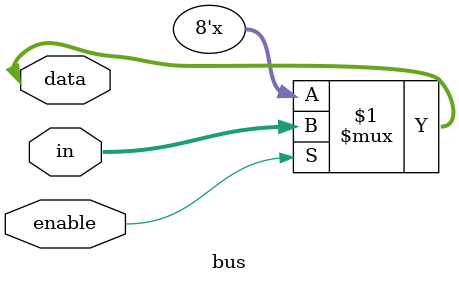
<source format=v>
/*
8-bit bus for the 8 bit CPU. 
*/

`timescale 1ps/1ps
module bus (in,enable,data); //used for the data bus. 
inout [7:0] data;
input [7:0] in;
input enable;
//Drive the bus when enabled
assign data = enable ? in : 8'bz; //High-impedence if nothing driving the bus. 
endmodule

/*
module bus_test;

// Inputs
reg clk;
reg [7:0] data_in;
reg out_enable;
reg in_enable;

// Outputs
wire [7:0] data_out;

// Instantiate the register module
register my_register (
    .clk(clk), 
    .in(data_in), 
    .out_enable(out_enable), 
    .in_enable(in_enable), 
    .outp(data_out)
);

// Instantiate the bus module
bus my_bus (
    .in(data_in), 
    .out(data_out), 
    .enable(out_enable)
);

// Clock generation
initial begin
    clk = 0;
    forever #10 clk = ~clk; // 50MHz clock
end

// Test sequence
initial begin
    // Initialize Inputs
    data_in = 0;
    out_enable = 0;
    in_enable = 0;

    // Wait for global reset
    #100;

    // Write data to the register
    data_in = 8'hAA; // Example data
    in_enable = 1; 
    #20;
    in_enable = 0; 

    // Read data from the register
    #40;
    out_enable = 1;
    #20;
    out_enable = 0;

    // Complete the test
    #100;
    $finish;
end

initial begin
$dumpfile("output.vcd");
$dumpvars(0,bus_test);
#1000;
$finish;
end

endmodule
*/
</source>
